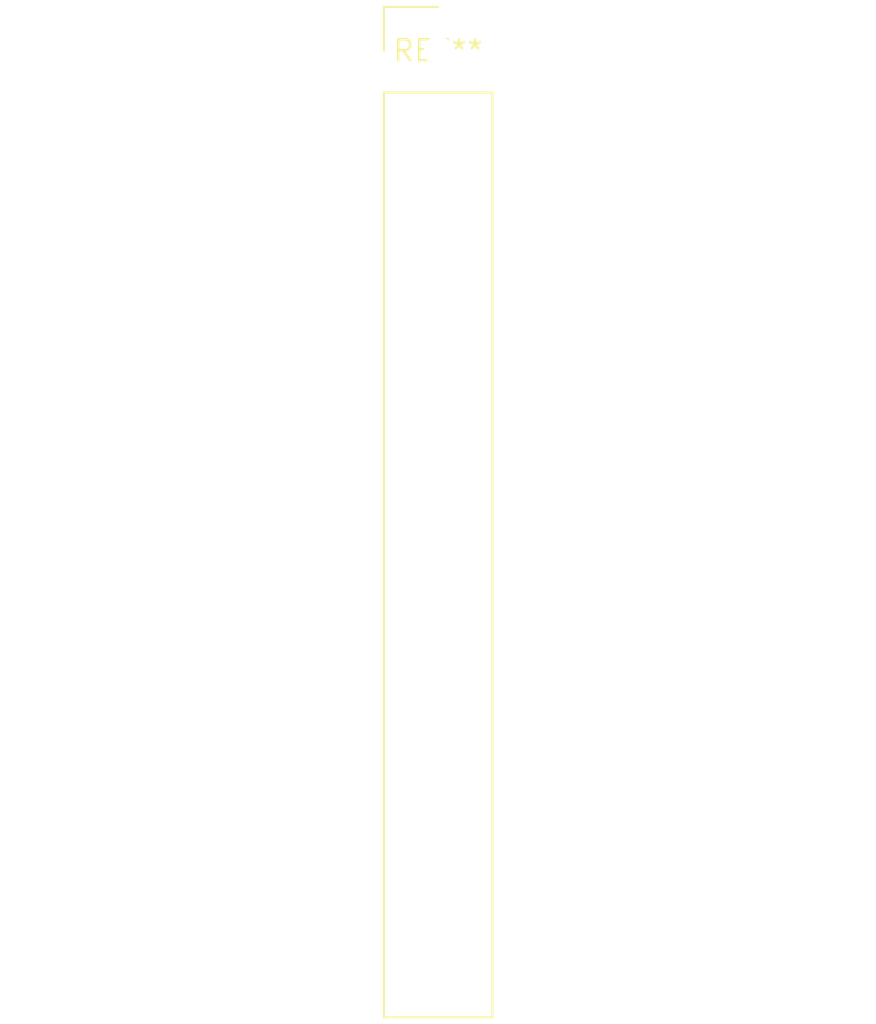
<source format=kicad_pcb>
(kicad_pcb (version 20240108) (generator pcbnew)
  (layers (0 "F.Cu" signal) (31 "B.Cu" signal) (34 "B.Paste" user) (35 "F.Paste" user) (36 "B.SilkS" user "B.Silkscreen") (37 "F.SilkS" user "F.Silkscreen") (38 "B.Mask" user) (39 "F.Mask" user) (44 "Edge.Cuts" user))
  (net 0 "")
  (footprint "Samtec_HPM-12-01-x-S_Straight_1x12_Pitch5.08mm" (layer "F.Cu") (at 0 0)
    (property "Reference" "REF**")
    (property "Value" "Samtec_HPM-12-01-x-S_Straight_1x12_Pitch5.08mm")
    (fp_line (start -3.285 -2.65) (end 0 -2.65) (layer "F.SilkS") (stroke (width 0.12)))
    (fp_line (start -3.285 0) (end -3.285 -2.65) (layer "F.SilkS") (stroke (width 0.12)))
    (fp_line (start -3.285 2.54) (end -3.285 58.53) (layer "F.SilkS") (stroke (width 0.12)))
    (fp_line (start -3.285 2.54) (end 3.285 2.54) (layer "F.SilkS") (stroke (width 0.12)))
    (fp_line (start -3.285 58.53) (end 3.285 58.53) (layer "F.SilkS") (stroke (width 0.12)))
    (fp_line (start 3.285 2.54) (end 3.285 58.53) (layer "F.SilkS") (stroke (width 0.12)))
    (pad "1" thru_hole rect (at 0 0) (size 2.8 2.8) (drill 1.75) (layers *.Cu *.Mask) (remove_unused_layers))
    (pad "2" thru_hole circle (at 0 5.08) (size 2.8 2.8) (drill 1.75) (layers *.Cu *.Mask) (remove_unused_layers))
    (pad "3" thru_hole circle (at 0 10.16) (size 2.8 2.8) (drill 1.75) (layers *.Cu *.Mask) (remove_unused_layers))
    (pad "4" thru_hole circle (at 0 15.24) (size 2.8 2.8) (drill 1.75) (layers *.Cu *.Mask) (remove_unused_layers))
    (pad "5" thru_hole circle (at 0 20.32) (size 2.8 2.8) (drill 1.75) (layers *.Cu *.Mask) (remove_unused_layers))
    (pad "6" thru_hole circle (at 0 25.4) (size 2.8 2.8) (drill 1.75) (layers *.Cu *.Mask) (remove_unused_layers))
    (pad "7" thru_hole circle (at 0 30.48) (size 2.8 2.8) (drill 1.75) (layers *.Cu *.Mask) (remove_unused_layers))
    (pad "8" thru_hole circle (at 0 35.56) (size 2.8 2.8) (drill 1.75) (layers *.Cu *.Mask) (remove_unused_layers))
    (pad "9" thru_hole circle (at 0 40.64) (size 2.8 2.8) (drill 1.75) (layers *.Cu *.Mask) (remove_unused_layers))
    (pad "10" thru_hole circle (at 0 45.72) (size 2.8 2.8) (drill 1.75) (layers *.Cu *.Mask) (remove_unused_layers))
    (pad "11" thru_hole circle (at 0 50.8) (size 2.8 2.8) (drill 1.75) (layers *.Cu *.Mask) (remove_unused_layers))
    (pad "12" thru_hole circle (at 0 55.88) (size 2.8 2.8) (drill 1.75) (layers *.Cu *.Mask) (remove_unused_layers))
  )
)
</source>
